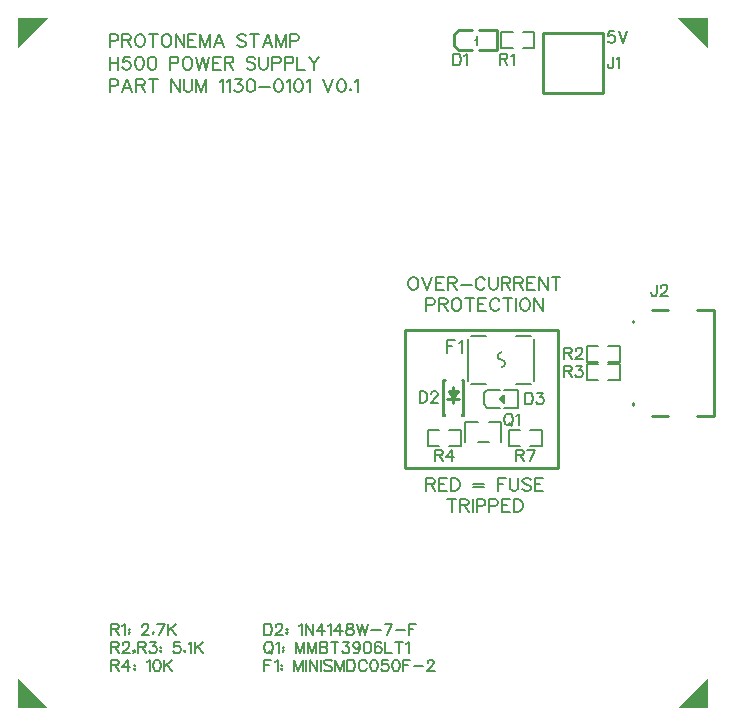
<source format=gto>
G04 Layer: TopSilkscreenLayer*
G04 Panelize: Stamp Hole, Column: 2, Row: 2, Board Size: 58.42mm x 58.42mm, Panelized Board Size: 122.84mm x 122.84mm*
G04 EasyEDA v6.5.34, 2023-08-01 23:33:27*
G04 8882f614003f49ca997d8dc6e28bf5ec,5a6b42c53f6a479593ecc07194224c93,10*
G04 Gerber Generator version 0.2*
G04 Scale: 100 percent, Rotated: No, Reflected: No *
G04 Dimensions in millimeters *
G04 leading zeros omitted , absolute positions ,4 integer and 5 decimal *
%FSLAX45Y45*%
%MOMM*%

%ADD10C,0.1524*%
%ADD11C,0.2540*%
%ADD12C,0.1500*%
%ADD13C,0.2030*%
%ADD14C,0.1520*%
%ADD15C,0.0193*%

%LPD*%
D10*
X774700Y5703315D02*
G01*
X774700Y5594350D01*
X774700Y5703315D02*
G01*
X821436Y5703315D01*
X836929Y5698236D01*
X842263Y5692902D01*
X847344Y5682487D01*
X847344Y5666994D01*
X842263Y5656579D01*
X836929Y5651500D01*
X821436Y5646165D01*
X774700Y5646165D01*
X881634Y5703315D02*
G01*
X881634Y5594350D01*
X881634Y5703315D02*
G01*
X928370Y5703315D01*
X944118Y5698236D01*
X949197Y5692902D01*
X954531Y5682487D01*
X954531Y5672073D01*
X949197Y5661660D01*
X944118Y5656579D01*
X928370Y5651500D01*
X881634Y5651500D01*
X918210Y5651500D02*
G01*
X954531Y5594350D01*
X1019810Y5703315D02*
G01*
X1009650Y5698236D01*
X999236Y5687821D01*
X993902Y5677407D01*
X988821Y5661660D01*
X988821Y5635752D01*
X993902Y5620257D01*
X999236Y5609844D01*
X1009650Y5599429D01*
X1019810Y5594350D01*
X1040637Y5594350D01*
X1051052Y5599429D01*
X1061465Y5609844D01*
X1066800Y5620257D01*
X1071879Y5635752D01*
X1071879Y5661660D01*
X1066800Y5677407D01*
X1061465Y5687821D01*
X1051052Y5698236D01*
X1040637Y5703315D01*
X1019810Y5703315D01*
X1142492Y5703315D02*
G01*
X1142492Y5594350D01*
X1106170Y5703315D02*
G01*
X1178813Y5703315D01*
X1244345Y5703315D02*
G01*
X1233931Y5698236D01*
X1223518Y5687821D01*
X1218437Y5677407D01*
X1213104Y5661660D01*
X1213104Y5635752D01*
X1218437Y5620257D01*
X1223518Y5609844D01*
X1233931Y5599429D01*
X1244345Y5594350D01*
X1265173Y5594350D01*
X1275587Y5599429D01*
X1286002Y5609844D01*
X1291081Y5620257D01*
X1296415Y5635752D01*
X1296415Y5661660D01*
X1291081Y5677407D01*
X1286002Y5687821D01*
X1275587Y5698236D01*
X1265173Y5703315D01*
X1244345Y5703315D01*
X1330705Y5703315D02*
G01*
X1330705Y5594350D01*
X1330705Y5703315D02*
G01*
X1403350Y5594350D01*
X1403350Y5703315D02*
G01*
X1403350Y5594350D01*
X1437639Y5703315D02*
G01*
X1437639Y5594350D01*
X1437639Y5703315D02*
G01*
X1505204Y5703315D01*
X1437639Y5651500D02*
G01*
X1479295Y5651500D01*
X1437639Y5594350D02*
G01*
X1505204Y5594350D01*
X1539494Y5703315D02*
G01*
X1539494Y5594350D01*
X1539494Y5703315D02*
G01*
X1581150Y5594350D01*
X1622552Y5703315D02*
G01*
X1581150Y5594350D01*
X1622552Y5703315D02*
G01*
X1622552Y5594350D01*
X1698497Y5703315D02*
G01*
X1656842Y5594350D01*
X1698497Y5703315D02*
G01*
X1739900Y5594350D01*
X1672589Y5630671D02*
G01*
X1724405Y5630671D01*
X1927097Y5687821D02*
G01*
X1916684Y5698236D01*
X1901189Y5703315D01*
X1880362Y5703315D01*
X1864613Y5698236D01*
X1854200Y5687821D01*
X1854200Y5677407D01*
X1859534Y5666994D01*
X1864613Y5661660D01*
X1875028Y5656579D01*
X1906270Y5646165D01*
X1916684Y5641086D01*
X1921763Y5635752D01*
X1927097Y5625337D01*
X1927097Y5609844D01*
X1916684Y5599429D01*
X1901189Y5594350D01*
X1880362Y5594350D01*
X1864613Y5599429D01*
X1854200Y5609844D01*
X1997709Y5703315D02*
G01*
X1997709Y5594350D01*
X1961388Y5703315D02*
G01*
X2034031Y5703315D01*
X2109977Y5703315D02*
G01*
X2068322Y5594350D01*
X2109977Y5703315D02*
G01*
X2151379Y5594350D01*
X2084070Y5630671D02*
G01*
X2135886Y5630671D01*
X2185670Y5703315D02*
G01*
X2185670Y5594350D01*
X2185670Y5703315D02*
G01*
X2227325Y5594350D01*
X2268981Y5703315D02*
G01*
X2227325Y5594350D01*
X2268981Y5703315D02*
G01*
X2268981Y5594350D01*
X2303272Y5703315D02*
G01*
X2303272Y5594350D01*
X2303272Y5703315D02*
G01*
X2350008Y5703315D01*
X2365502Y5698236D01*
X2370836Y5692902D01*
X2375915Y5682487D01*
X2375915Y5666994D01*
X2370836Y5656579D01*
X2365502Y5651500D01*
X2350008Y5646165D01*
X2303272Y5646165D01*
X774700Y5512815D02*
G01*
X774700Y5403850D01*
X847344Y5512815D02*
G01*
X847344Y5403850D01*
X774700Y5461000D02*
G01*
X847344Y5461000D01*
X944118Y5512815D02*
G01*
X892047Y5512815D01*
X886968Y5466079D01*
X892047Y5471160D01*
X907795Y5476494D01*
X923289Y5476494D01*
X938784Y5471160D01*
X949197Y5461000D01*
X954531Y5445252D01*
X954531Y5434837D01*
X949197Y5419344D01*
X938784Y5408929D01*
X923289Y5403850D01*
X907795Y5403850D01*
X892047Y5408929D01*
X886968Y5414010D01*
X881634Y5424423D01*
X1019810Y5512815D02*
G01*
X1004315Y5507736D01*
X993902Y5491987D01*
X988821Y5466079D01*
X988821Y5450586D01*
X993902Y5424423D01*
X1004315Y5408929D01*
X1019810Y5403850D01*
X1030223Y5403850D01*
X1045971Y5408929D01*
X1056386Y5424423D01*
X1061465Y5450586D01*
X1061465Y5466079D01*
X1056386Y5491987D01*
X1045971Y5507736D01*
X1030223Y5512815D01*
X1019810Y5512815D01*
X1126997Y5512815D02*
G01*
X1111250Y5507736D01*
X1101089Y5491987D01*
X1095755Y5466079D01*
X1095755Y5450586D01*
X1101089Y5424423D01*
X1111250Y5408929D01*
X1126997Y5403850D01*
X1137412Y5403850D01*
X1152905Y5408929D01*
X1163320Y5424423D01*
X1168400Y5450586D01*
X1168400Y5466079D01*
X1163320Y5491987D01*
X1152905Y5507736D01*
X1137412Y5512815D01*
X1126997Y5512815D01*
X1282700Y5512815D02*
G01*
X1282700Y5403850D01*
X1282700Y5512815D02*
G01*
X1329689Y5512815D01*
X1345184Y5507736D01*
X1350263Y5502402D01*
X1355597Y5491987D01*
X1355597Y5476494D01*
X1350263Y5466079D01*
X1345184Y5461000D01*
X1329689Y5455665D01*
X1282700Y5455665D01*
X1421129Y5512815D02*
G01*
X1410715Y5507736D01*
X1400302Y5497321D01*
X1394968Y5486907D01*
X1389887Y5471160D01*
X1389887Y5445252D01*
X1394968Y5429757D01*
X1400302Y5419344D01*
X1410715Y5408929D01*
X1421129Y5403850D01*
X1441704Y5403850D01*
X1452118Y5408929D01*
X1462531Y5419344D01*
X1467865Y5429757D01*
X1472945Y5445252D01*
X1472945Y5471160D01*
X1467865Y5486907D01*
X1462531Y5497321D01*
X1452118Y5507736D01*
X1441704Y5512815D01*
X1421129Y5512815D01*
X1507236Y5512815D02*
G01*
X1533144Y5403850D01*
X1559305Y5512815D02*
G01*
X1533144Y5403850D01*
X1559305Y5512815D02*
G01*
X1585213Y5403850D01*
X1611121Y5512815D02*
G01*
X1585213Y5403850D01*
X1645412Y5512815D02*
G01*
X1645412Y5403850D01*
X1645412Y5512815D02*
G01*
X1712976Y5512815D01*
X1645412Y5461000D02*
G01*
X1687068Y5461000D01*
X1645412Y5403850D02*
G01*
X1712976Y5403850D01*
X1747265Y5512815D02*
G01*
X1747265Y5403850D01*
X1747265Y5512815D02*
G01*
X1794002Y5512815D01*
X1809750Y5507736D01*
X1814829Y5502402D01*
X1819910Y5491987D01*
X1819910Y5481573D01*
X1814829Y5471160D01*
X1809750Y5466079D01*
X1794002Y5461000D01*
X1747265Y5461000D01*
X1783587Y5461000D02*
G01*
X1819910Y5403850D01*
X2007108Y5497321D02*
G01*
X1996693Y5507736D01*
X1981200Y5512815D01*
X1960372Y5512815D01*
X1944624Y5507736D01*
X1934209Y5497321D01*
X1934209Y5486907D01*
X1939543Y5476494D01*
X1944624Y5471160D01*
X1955038Y5466079D01*
X1986279Y5455665D01*
X1996693Y5450586D01*
X2001774Y5445252D01*
X2007108Y5434837D01*
X2007108Y5419344D01*
X1996693Y5408929D01*
X1981200Y5403850D01*
X1960372Y5403850D01*
X1944624Y5408929D01*
X1934209Y5419344D01*
X2041397Y5512815D02*
G01*
X2041397Y5434837D01*
X2046477Y5419344D01*
X2056891Y5408929D01*
X2072640Y5403850D01*
X2082800Y5403850D01*
X2098547Y5408929D01*
X2108961Y5419344D01*
X2114041Y5434837D01*
X2114041Y5512815D01*
X2148331Y5512815D02*
G01*
X2148331Y5403850D01*
X2148331Y5512815D02*
G01*
X2195068Y5512815D01*
X2210815Y5507736D01*
X2215895Y5502402D01*
X2221229Y5491987D01*
X2221229Y5476494D01*
X2215895Y5466079D01*
X2210815Y5461000D01*
X2195068Y5455665D01*
X2148331Y5455665D01*
X2255520Y5512815D02*
G01*
X2255520Y5403850D01*
X2255520Y5512815D02*
G01*
X2302256Y5512815D01*
X2317750Y5507736D01*
X2322829Y5502402D01*
X2328163Y5491987D01*
X2328163Y5476494D01*
X2322829Y5466079D01*
X2317750Y5461000D01*
X2302256Y5455665D01*
X2255520Y5455665D01*
X2362454Y5512815D02*
G01*
X2362454Y5403850D01*
X2362454Y5403850D02*
G01*
X2424684Y5403850D01*
X2458974Y5512815D02*
G01*
X2500629Y5461000D01*
X2500629Y5403850D01*
X2542286Y5512815D02*
G01*
X2500629Y5461000D01*
X774700Y5322315D02*
G01*
X774700Y5213350D01*
X774700Y5322315D02*
G01*
X821436Y5322315D01*
X836929Y5317236D01*
X842263Y5311902D01*
X847344Y5301487D01*
X847344Y5285994D01*
X842263Y5275579D01*
X836929Y5270500D01*
X821436Y5265165D01*
X774700Y5265165D01*
X923289Y5322315D02*
G01*
X881634Y5213350D01*
X923289Y5322315D02*
G01*
X964945Y5213350D01*
X897381Y5249671D02*
G01*
X949197Y5249671D01*
X999236Y5322315D02*
G01*
X999236Y5213350D01*
X999236Y5322315D02*
G01*
X1045971Y5322315D01*
X1061465Y5317236D01*
X1066800Y5311902D01*
X1071879Y5301487D01*
X1071879Y5291073D01*
X1066800Y5280660D01*
X1061465Y5275579D01*
X1045971Y5270500D01*
X999236Y5270500D01*
X1035557Y5270500D02*
G01*
X1071879Y5213350D01*
X1142492Y5322315D02*
G01*
X1142492Y5213350D01*
X1106170Y5322315D02*
G01*
X1178813Y5322315D01*
X1293113Y5322315D02*
G01*
X1293113Y5213350D01*
X1293113Y5322315D02*
G01*
X1366012Y5213350D01*
X1366012Y5322315D02*
G01*
X1366012Y5213350D01*
X1400302Y5322315D02*
G01*
X1400302Y5244337D01*
X1405381Y5228844D01*
X1415795Y5218429D01*
X1431289Y5213350D01*
X1441704Y5213350D01*
X1457452Y5218429D01*
X1467865Y5228844D01*
X1472945Y5244337D01*
X1472945Y5322315D01*
X1507236Y5322315D02*
G01*
X1507236Y5213350D01*
X1507236Y5322315D02*
G01*
X1548892Y5213350D01*
X1590294Y5322315D02*
G01*
X1548892Y5213350D01*
X1590294Y5322315D02*
G01*
X1590294Y5213350D01*
X1704594Y5301487D02*
G01*
X1715007Y5306821D01*
X1730755Y5322315D01*
X1730755Y5213350D01*
X1765045Y5301487D02*
G01*
X1775460Y5306821D01*
X1790954Y5322315D01*
X1790954Y5213350D01*
X1835657Y5322315D02*
G01*
X1892807Y5322315D01*
X1861565Y5280660D01*
X1877060Y5280660D01*
X1887473Y5275579D01*
X1892807Y5270500D01*
X1897887Y5254752D01*
X1897887Y5244337D01*
X1892807Y5228844D01*
X1882394Y5218429D01*
X1866900Y5213350D01*
X1851152Y5213350D01*
X1835657Y5218429D01*
X1830323Y5223510D01*
X1825244Y5233923D01*
X1963420Y5322315D02*
G01*
X1947925Y5317236D01*
X1937511Y5301487D01*
X1932177Y5275579D01*
X1932177Y5260086D01*
X1937511Y5233923D01*
X1947925Y5218429D01*
X1963420Y5213350D01*
X1973834Y5213350D01*
X1989327Y5218429D01*
X1999741Y5233923D01*
X2005075Y5260086D01*
X2005075Y5275579D01*
X1999741Y5301487D01*
X1989327Y5317236D01*
X1973834Y5322315D01*
X1963420Y5322315D01*
X2039365Y5260086D02*
G01*
X2132838Y5260086D01*
X2198370Y5322315D02*
G01*
X2182622Y5317236D01*
X2172208Y5301487D01*
X2167127Y5275579D01*
X2167127Y5260086D01*
X2172208Y5233923D01*
X2182622Y5218429D01*
X2198370Y5213350D01*
X2208529Y5213350D01*
X2224277Y5218429D01*
X2234691Y5233923D01*
X2239772Y5260086D01*
X2239772Y5275579D01*
X2234691Y5301487D01*
X2224277Y5317236D01*
X2208529Y5322315D01*
X2198370Y5322315D01*
X2274061Y5301487D02*
G01*
X2284475Y5306821D01*
X2299970Y5322315D01*
X2299970Y5213350D01*
X2365502Y5322315D02*
G01*
X2350008Y5317236D01*
X2339593Y5301487D01*
X2334259Y5275579D01*
X2334259Y5260086D01*
X2339593Y5233923D01*
X2350008Y5218429D01*
X2365502Y5213350D01*
X2375915Y5213350D01*
X2391409Y5218429D01*
X2401824Y5233923D01*
X2407158Y5260086D01*
X2407158Y5275579D01*
X2401824Y5301487D01*
X2391409Y5317236D01*
X2375915Y5322315D01*
X2365502Y5322315D01*
X2441447Y5301487D02*
G01*
X2451861Y5306821D01*
X2467356Y5322315D01*
X2467356Y5213350D01*
X2581656Y5322315D02*
G01*
X2623311Y5213350D01*
X2664713Y5322315D02*
G01*
X2623311Y5213350D01*
X2730245Y5322315D02*
G01*
X2714752Y5317236D01*
X2704338Y5301487D01*
X2699004Y5275579D01*
X2699004Y5260086D01*
X2704338Y5233923D01*
X2714752Y5218429D01*
X2730245Y5213350D01*
X2740659Y5213350D01*
X2756154Y5218429D01*
X2766568Y5233923D01*
X2771902Y5260086D01*
X2771902Y5275579D01*
X2766568Y5301487D01*
X2756154Y5317236D01*
X2740659Y5322315D01*
X2730245Y5322315D01*
X2811272Y5239257D02*
G01*
X2806191Y5233923D01*
X2811272Y5228844D01*
X2816606Y5233923D01*
X2811272Y5239257D01*
X2850895Y5301487D02*
G01*
X2861309Y5306821D01*
X2876804Y5322315D01*
X2876804Y5213350D01*
X3333239Y3645915D02*
G01*
X3322825Y3640836D01*
X3312411Y3630421D01*
X3307077Y3620007D01*
X3301997Y3604260D01*
X3301997Y3578352D01*
X3307077Y3562857D01*
X3312411Y3552444D01*
X3322825Y3542029D01*
X3333239Y3536950D01*
X3354067Y3536950D01*
X3364227Y3542029D01*
X3374641Y3552444D01*
X3379975Y3562857D01*
X3385055Y3578352D01*
X3385055Y3604260D01*
X3379975Y3620007D01*
X3374641Y3630421D01*
X3364227Y3640836D01*
X3354067Y3645915D01*
X3333239Y3645915D01*
X3419345Y3645915D02*
G01*
X3461001Y3536950D01*
X3502657Y3645915D02*
G01*
X3461001Y3536950D01*
X3536947Y3645915D02*
G01*
X3536947Y3536950D01*
X3536947Y3645915D02*
G01*
X3604257Y3645915D01*
X3536947Y3594100D02*
G01*
X3578349Y3594100D01*
X3536947Y3536950D02*
G01*
X3604257Y3536950D01*
X3638547Y3645915D02*
G01*
X3638547Y3536950D01*
X3638547Y3645915D02*
G01*
X3685537Y3645915D01*
X3701031Y3640836D01*
X3706111Y3635502D01*
X3711445Y3625087D01*
X3711445Y3614673D01*
X3706111Y3604260D01*
X3701031Y3599179D01*
X3685537Y3594100D01*
X3638547Y3594100D01*
X3675123Y3594100D02*
G01*
X3711445Y3536950D01*
X3745735Y3583686D02*
G01*
X3839207Y3583686D01*
X3951475Y3620007D02*
G01*
X3946141Y3630421D01*
X3935727Y3640836D01*
X3925567Y3645915D01*
X3904739Y3645915D01*
X3894325Y3640836D01*
X3883911Y3630421D01*
X3878577Y3620007D01*
X3873497Y3604260D01*
X3873497Y3578352D01*
X3878577Y3562857D01*
X3883911Y3552444D01*
X3894325Y3542029D01*
X3904739Y3536950D01*
X3925567Y3536950D01*
X3935727Y3542029D01*
X3946141Y3552444D01*
X3951475Y3562857D01*
X3985765Y3645915D02*
G01*
X3985765Y3567937D01*
X3990845Y3552444D01*
X4001259Y3542029D01*
X4017007Y3536950D01*
X4027167Y3536950D01*
X4042915Y3542029D01*
X4053329Y3552444D01*
X4058409Y3567937D01*
X4058409Y3645915D01*
X4092699Y3645915D02*
G01*
X4092699Y3536950D01*
X4092699Y3645915D02*
G01*
X4139435Y3645915D01*
X4155183Y3640836D01*
X4160263Y3635502D01*
X4165597Y3625087D01*
X4165597Y3614673D01*
X4160263Y3604260D01*
X4155183Y3599179D01*
X4139435Y3594100D01*
X4092699Y3594100D01*
X4129021Y3594100D02*
G01*
X4165597Y3536950D01*
X4199887Y3645915D02*
G01*
X4199887Y3536950D01*
X4199887Y3645915D02*
G01*
X4246623Y3645915D01*
X4262117Y3640836D01*
X4267197Y3635502D01*
X4272531Y3625087D01*
X4272531Y3614673D01*
X4267197Y3604260D01*
X4262117Y3599179D01*
X4246623Y3594100D01*
X4199887Y3594100D01*
X4236209Y3594100D02*
G01*
X4272531Y3536950D01*
X4306821Y3645915D02*
G01*
X4306821Y3536950D01*
X4306821Y3645915D02*
G01*
X4374385Y3645915D01*
X4306821Y3594100D02*
G01*
X4348477Y3594100D01*
X4306821Y3536950D02*
G01*
X4374385Y3536950D01*
X4408675Y3645915D02*
G01*
X4408675Y3536950D01*
X4408675Y3645915D02*
G01*
X4481319Y3536950D01*
X4481319Y3645915D02*
G01*
X4481319Y3536950D01*
X4551931Y3645915D02*
G01*
X4551931Y3536950D01*
X4515609Y3645915D02*
G01*
X4588507Y3645915D01*
X3454392Y3468115D02*
G01*
X3454392Y3359150D01*
X3454392Y3468115D02*
G01*
X3501128Y3468115D01*
X3516622Y3463036D01*
X3521956Y3457702D01*
X3527036Y3447287D01*
X3527036Y3431794D01*
X3521956Y3421379D01*
X3516622Y3416300D01*
X3501128Y3410965D01*
X3454392Y3410965D01*
X3561326Y3468115D02*
G01*
X3561326Y3359150D01*
X3561326Y3468115D02*
G01*
X3608062Y3468115D01*
X3623810Y3463036D01*
X3628890Y3457702D01*
X3634224Y3447287D01*
X3634224Y3436873D01*
X3628890Y3426460D01*
X3623810Y3421379D01*
X3608062Y3416300D01*
X3561326Y3416300D01*
X3597902Y3416300D02*
G01*
X3634224Y3359150D01*
X3699502Y3468115D02*
G01*
X3689342Y3463036D01*
X3678928Y3452621D01*
X3673594Y3442207D01*
X3668514Y3426460D01*
X3668514Y3400552D01*
X3673594Y3385057D01*
X3678928Y3374644D01*
X3689342Y3364229D01*
X3699502Y3359150D01*
X3720330Y3359150D01*
X3730744Y3364229D01*
X3741158Y3374644D01*
X3746492Y3385057D01*
X3751572Y3400552D01*
X3751572Y3426460D01*
X3746492Y3442207D01*
X3741158Y3452621D01*
X3730744Y3463036D01*
X3720330Y3468115D01*
X3699502Y3468115D01*
X3822184Y3468115D02*
G01*
X3822184Y3359150D01*
X3785862Y3468115D02*
G01*
X3858506Y3468115D01*
X3892796Y3468115D02*
G01*
X3892796Y3359150D01*
X3892796Y3468115D02*
G01*
X3960360Y3468115D01*
X3892796Y3416300D02*
G01*
X3934452Y3416300D01*
X3892796Y3359150D02*
G01*
X3960360Y3359150D01*
X4072628Y3442207D02*
G01*
X4067548Y3452621D01*
X4057134Y3463036D01*
X4046720Y3468115D01*
X4025892Y3468115D01*
X4015478Y3463036D01*
X4005064Y3452621D01*
X3999984Y3442207D01*
X3994650Y3426460D01*
X3994650Y3400552D01*
X3999984Y3385057D01*
X4005064Y3374644D01*
X4015478Y3364229D01*
X4025892Y3359150D01*
X4046720Y3359150D01*
X4057134Y3364229D01*
X4067548Y3374644D01*
X4072628Y3385057D01*
X4143240Y3468115D02*
G01*
X4143240Y3359150D01*
X4106918Y3468115D02*
G01*
X4179562Y3468115D01*
X4213852Y3468115D02*
G01*
X4213852Y3359150D01*
X4279384Y3468115D02*
G01*
X4268970Y3463036D01*
X4258556Y3452621D01*
X4253476Y3442207D01*
X4248142Y3426460D01*
X4248142Y3400552D01*
X4253476Y3385057D01*
X4258556Y3374644D01*
X4268970Y3364229D01*
X4279384Y3359150D01*
X4300212Y3359150D01*
X4310626Y3364229D01*
X4321040Y3374644D01*
X4326120Y3385057D01*
X4331454Y3400552D01*
X4331454Y3426460D01*
X4326120Y3442207D01*
X4321040Y3452621D01*
X4310626Y3463036D01*
X4300212Y3468115D01*
X4279384Y3468115D01*
X4365744Y3468115D02*
G01*
X4365744Y3359150D01*
X4365744Y3468115D02*
G01*
X4438388Y3359150D01*
X4438388Y3468115D02*
G01*
X4438388Y3359150D01*
X3454387Y1944108D02*
G01*
X3454387Y1835142D01*
X3454387Y1944108D02*
G01*
X3501123Y1944108D01*
X3516617Y1939028D01*
X3521951Y1933694D01*
X3527031Y1923280D01*
X3527031Y1912866D01*
X3521951Y1902452D01*
X3516617Y1897372D01*
X3501123Y1892292D01*
X3454387Y1892292D01*
X3490709Y1892292D02*
G01*
X3527031Y1835142D01*
X3561321Y1944108D02*
G01*
X3561321Y1835142D01*
X3561321Y1944108D02*
G01*
X3628885Y1944108D01*
X3561321Y1892292D02*
G01*
X3602977Y1892292D01*
X3561321Y1835142D02*
G01*
X3628885Y1835142D01*
X3663175Y1944108D02*
G01*
X3663175Y1835142D01*
X3663175Y1944108D02*
G01*
X3699497Y1944108D01*
X3715245Y1939028D01*
X3725659Y1928614D01*
X3730739Y1918200D01*
X3736073Y1902452D01*
X3736073Y1876544D01*
X3730739Y1861050D01*
X3725659Y1850636D01*
X3715245Y1840222D01*
X3699497Y1835142D01*
X3663175Y1835142D01*
X3850373Y1897372D02*
G01*
X3943845Y1897372D01*
X3850373Y1866130D02*
G01*
X3943845Y1866130D01*
X4058145Y1944108D02*
G01*
X4058145Y1835142D01*
X4058145Y1944108D02*
G01*
X4125709Y1944108D01*
X4058145Y1892292D02*
G01*
X4099547Y1892292D01*
X4159999Y1944108D02*
G01*
X4159999Y1866130D01*
X4165079Y1850636D01*
X4175493Y1840222D01*
X4190987Y1835142D01*
X4201401Y1835142D01*
X4217149Y1840222D01*
X4227563Y1850636D01*
X4232643Y1866130D01*
X4232643Y1944108D01*
X4339577Y1928614D02*
G01*
X4329417Y1939028D01*
X4313669Y1944108D01*
X4292841Y1944108D01*
X4277347Y1939028D01*
X4266933Y1928614D01*
X4266933Y1918200D01*
X4272267Y1907786D01*
X4277347Y1902452D01*
X4287761Y1897372D01*
X4319003Y1886958D01*
X4329417Y1881878D01*
X4334497Y1876544D01*
X4339577Y1866130D01*
X4339577Y1850636D01*
X4329417Y1840222D01*
X4313669Y1835142D01*
X4292841Y1835142D01*
X4277347Y1840222D01*
X4266933Y1850636D01*
X4373867Y1944108D02*
G01*
X4373867Y1835142D01*
X4373867Y1944108D02*
G01*
X4441431Y1944108D01*
X4373867Y1892292D02*
G01*
X4415523Y1892292D01*
X4373867Y1835142D02*
G01*
X4441431Y1835142D01*
X3668509Y1766308D02*
G01*
X3668509Y1657342D01*
X3632187Y1766308D02*
G01*
X3704831Y1766308D01*
X3739121Y1766308D02*
G01*
X3739121Y1657342D01*
X3739121Y1766308D02*
G01*
X3785857Y1766308D01*
X3801605Y1761228D01*
X3806685Y1755894D01*
X3812019Y1745480D01*
X3812019Y1735066D01*
X3806685Y1724652D01*
X3801605Y1719572D01*
X3785857Y1714492D01*
X3739121Y1714492D01*
X3775697Y1714492D02*
G01*
X3812019Y1657342D01*
X3846309Y1766308D02*
G01*
X3846309Y1657342D01*
X3880599Y1766308D02*
G01*
X3880599Y1657342D01*
X3880599Y1766308D02*
G01*
X3927335Y1766308D01*
X3942829Y1761228D01*
X3948163Y1755894D01*
X3953243Y1745480D01*
X3953243Y1729986D01*
X3948163Y1719572D01*
X3942829Y1714492D01*
X3927335Y1709158D01*
X3880599Y1709158D01*
X3987533Y1766308D02*
G01*
X3987533Y1657342D01*
X3987533Y1766308D02*
G01*
X4034269Y1766308D01*
X4050017Y1761228D01*
X4055097Y1755894D01*
X4060177Y1745480D01*
X4060177Y1729986D01*
X4055097Y1719572D01*
X4050017Y1714492D01*
X4034269Y1709158D01*
X3987533Y1709158D01*
X4094467Y1766308D02*
G01*
X4094467Y1657342D01*
X4094467Y1766308D02*
G01*
X4162031Y1766308D01*
X4094467Y1714492D02*
G01*
X4136123Y1714492D01*
X4094467Y1657342D02*
G01*
X4162031Y1657342D01*
X4196321Y1766308D02*
G01*
X4196321Y1657342D01*
X4196321Y1766308D02*
G01*
X4232897Y1766308D01*
X4248391Y1761228D01*
X4258805Y1750814D01*
X4263885Y1740400D01*
X4269219Y1724652D01*
X4269219Y1698744D01*
X4263885Y1683250D01*
X4258805Y1672836D01*
X4248391Y1662422D01*
X4232897Y1657342D01*
X4196321Y1657342D01*
X787400Y558037D02*
G01*
X787400Y462534D01*
X787400Y558037D02*
G01*
X828294Y558037D01*
X842010Y553465D01*
X846581Y548894D01*
X851154Y540004D01*
X851154Y530860D01*
X846581Y521715D01*
X842010Y517144D01*
X828294Y512571D01*
X787400Y512571D01*
X819150Y512571D02*
G01*
X851154Y462534D01*
X885697Y535431D02*
G01*
X885697Y540004D01*
X890015Y548894D01*
X894587Y553465D01*
X903731Y558037D01*
X922020Y558037D01*
X930910Y553465D01*
X935481Y548894D01*
X940054Y540004D01*
X940054Y530860D01*
X935481Y521715D01*
X926592Y508000D01*
X881126Y462534D01*
X944626Y462534D01*
X983742Y480821D02*
G01*
X979170Y476250D01*
X974597Y480821D01*
X979170Y485394D01*
X983742Y480821D01*
X983742Y471678D01*
X974597Y462534D01*
X1013713Y558037D02*
G01*
X1013713Y462534D01*
X1013713Y558037D02*
G01*
X1054607Y558037D01*
X1068323Y553465D01*
X1072895Y548894D01*
X1077468Y540004D01*
X1077468Y530860D01*
X1072895Y521715D01*
X1068323Y517144D01*
X1054607Y512571D01*
X1013713Y512571D01*
X1045463Y512571D02*
G01*
X1077468Y462534D01*
X1116584Y558037D02*
G01*
X1166368Y558037D01*
X1139189Y521715D01*
X1152905Y521715D01*
X1162050Y517144D01*
X1166368Y512571D01*
X1170939Y499110D01*
X1170939Y489965D01*
X1166368Y476250D01*
X1157478Y467105D01*
X1143762Y462534D01*
X1130045Y462534D01*
X1116584Y467105D01*
X1112012Y471678D01*
X1107439Y480821D01*
X1205484Y517144D02*
G01*
X1200912Y512571D01*
X1205484Y508000D01*
X1210055Y512571D01*
X1205484Y517144D01*
X1205484Y485394D02*
G01*
X1200912Y480821D01*
X1205484Y476250D01*
X1210055Y480821D01*
X1205484Y485394D01*
X1364742Y558037D02*
G01*
X1319276Y558037D01*
X1314704Y517144D01*
X1319276Y521715D01*
X1332737Y526287D01*
X1346454Y526287D01*
X1360170Y521715D01*
X1369313Y512571D01*
X1373886Y499110D01*
X1373886Y489965D01*
X1369313Y476250D01*
X1360170Y467105D01*
X1346454Y462534D01*
X1332737Y462534D01*
X1319276Y467105D01*
X1314704Y471678D01*
X1310131Y480821D01*
X1408429Y485394D02*
G01*
X1403857Y480821D01*
X1408429Y476250D01*
X1412747Y480821D01*
X1408429Y485394D01*
X1442973Y540004D02*
G01*
X1451863Y544576D01*
X1465579Y558037D01*
X1465579Y462534D01*
X1495552Y558037D02*
G01*
X1495552Y462534D01*
X1559305Y558037D02*
G01*
X1495552Y494537D01*
X1518412Y517144D02*
G01*
X1559305Y462534D01*
X787400Y710437D02*
G01*
X787400Y614934D01*
X787400Y710437D02*
G01*
X828294Y710437D01*
X842010Y705865D01*
X846581Y701294D01*
X851154Y692404D01*
X851154Y683260D01*
X846581Y674115D01*
X842010Y669544D01*
X828294Y664971D01*
X787400Y664971D01*
X819150Y664971D02*
G01*
X851154Y614934D01*
X881126Y692404D02*
G01*
X890015Y696976D01*
X903731Y710437D01*
X903731Y614934D01*
X938276Y669544D02*
G01*
X933704Y664971D01*
X938276Y660400D01*
X942847Y664971D01*
X938276Y669544D01*
X938276Y637794D02*
G01*
X933704Y633221D01*
X938276Y628650D01*
X942847Y633221D01*
X938276Y637794D01*
X1047495Y687831D02*
G01*
X1047495Y692404D01*
X1052068Y701294D01*
X1056386Y705865D01*
X1065529Y710437D01*
X1083818Y710437D01*
X1092962Y705865D01*
X1097279Y701294D01*
X1101852Y692404D01*
X1101852Y683260D01*
X1097279Y674115D01*
X1088389Y660400D01*
X1042923Y614934D01*
X1106423Y614934D01*
X1140968Y637794D02*
G01*
X1136395Y633221D01*
X1140968Y628650D01*
X1145539Y633221D01*
X1140968Y637794D01*
X1239265Y710437D02*
G01*
X1193800Y614934D01*
X1175512Y710437D02*
G01*
X1239265Y710437D01*
X1269237Y710437D02*
G01*
X1269237Y614934D01*
X1332737Y710437D02*
G01*
X1269237Y646937D01*
X1291844Y669544D02*
G01*
X1332737Y614934D01*
X787400Y405637D02*
G01*
X787400Y310134D01*
X787400Y405637D02*
G01*
X828294Y405637D01*
X842010Y401065D01*
X846581Y396494D01*
X851154Y387604D01*
X851154Y378460D01*
X846581Y369315D01*
X842010Y364744D01*
X828294Y360171D01*
X787400Y360171D01*
X819150Y360171D02*
G01*
X851154Y310134D01*
X926592Y405637D02*
G01*
X881126Y342137D01*
X949197Y342137D01*
X926592Y405637D02*
G01*
X926592Y310134D01*
X983742Y364744D02*
G01*
X979170Y360171D01*
X983742Y355600D01*
X988313Y360171D01*
X983742Y364744D01*
X983742Y332994D02*
G01*
X979170Y328421D01*
X983742Y323850D01*
X988313Y328421D01*
X983742Y332994D01*
X1088389Y387604D02*
G01*
X1097279Y392176D01*
X1110995Y405637D01*
X1110995Y310134D01*
X1168400Y405637D02*
G01*
X1154684Y401065D01*
X1145539Y387604D01*
X1140968Y364744D01*
X1140968Y351281D01*
X1145539Y328421D01*
X1154684Y314705D01*
X1168400Y310134D01*
X1177289Y310134D01*
X1191005Y314705D01*
X1200150Y328421D01*
X1204721Y351281D01*
X1204721Y364744D01*
X1200150Y387604D01*
X1191005Y401065D01*
X1177289Y405637D01*
X1168400Y405637D01*
X1234694Y405637D02*
G01*
X1234694Y310134D01*
X1298194Y405637D02*
G01*
X1234694Y342137D01*
X1257300Y364744D02*
G01*
X1298194Y310134D01*
X2082800Y710437D02*
G01*
X2082800Y614934D01*
X2082800Y710437D02*
G01*
X2114550Y710437D01*
X2128265Y705865D01*
X2137409Y696976D01*
X2141981Y687831D01*
X2146554Y674115D01*
X2146554Y651510D01*
X2141981Y637794D01*
X2137409Y628650D01*
X2128265Y619505D01*
X2114550Y614934D01*
X2082800Y614934D01*
X2181097Y687831D02*
G01*
X2181097Y692404D01*
X2185415Y701294D01*
X2189988Y705865D01*
X2199131Y710437D01*
X2217420Y710437D01*
X2226309Y705865D01*
X2230881Y701294D01*
X2235454Y692404D01*
X2235454Y683260D01*
X2230881Y674115D01*
X2221991Y660400D01*
X2176525Y614934D01*
X2240025Y614934D01*
X2274570Y669544D02*
G01*
X2269997Y664971D01*
X2274570Y660400D01*
X2279141Y664971D01*
X2274570Y669544D01*
X2274570Y637794D02*
G01*
X2269997Y633221D01*
X2274570Y628650D01*
X2279141Y633221D01*
X2274570Y637794D01*
X2379218Y692404D02*
G01*
X2388361Y696976D01*
X2401824Y710437D01*
X2401824Y614934D01*
X2431795Y710437D02*
G01*
X2431795Y614934D01*
X2431795Y710437D02*
G01*
X2495550Y614934D01*
X2495550Y710437D02*
G01*
X2495550Y614934D01*
X2570988Y710437D02*
G01*
X2525522Y646937D01*
X2593593Y646937D01*
X2570988Y710437D02*
G01*
X2570988Y614934D01*
X2623820Y692404D02*
G01*
X2632709Y696976D01*
X2646425Y710437D01*
X2646425Y614934D01*
X2721863Y710437D02*
G01*
X2676397Y646937D01*
X2744724Y646937D01*
X2721863Y710437D02*
G01*
X2721863Y614934D01*
X2797302Y710437D02*
G01*
X2783586Y705865D01*
X2779268Y696976D01*
X2779268Y687831D01*
X2783586Y678687D01*
X2792729Y674115D01*
X2811018Y669544D01*
X2824734Y664971D01*
X2833624Y656081D01*
X2838195Y646937D01*
X2838195Y633221D01*
X2833624Y624078D01*
X2829052Y619505D01*
X2815590Y614934D01*
X2797302Y614934D01*
X2783586Y619505D01*
X2779268Y624078D01*
X2774695Y633221D01*
X2774695Y646937D01*
X2779268Y656081D01*
X2788158Y664971D01*
X2801874Y669544D01*
X2820161Y674115D01*
X2829052Y678687D01*
X2833624Y687831D01*
X2833624Y696976D01*
X2829052Y705865D01*
X2815590Y710437D01*
X2797302Y710437D01*
X2868168Y710437D02*
G01*
X2891027Y614934D01*
X2913634Y710437D02*
G01*
X2891027Y614934D01*
X2913634Y710437D02*
G01*
X2936493Y614934D01*
X2959100Y710437D02*
G01*
X2936493Y614934D01*
X2989072Y656081D02*
G01*
X3070859Y656081D01*
X3164586Y710437D02*
G01*
X3119120Y614934D01*
X3101086Y710437D02*
G01*
X3164586Y710437D01*
X3194558Y656081D02*
G01*
X3276345Y656081D01*
X3306318Y710437D02*
G01*
X3306318Y614934D01*
X3306318Y710437D02*
G01*
X3365500Y710437D01*
X3306318Y664971D02*
G01*
X3342893Y664971D01*
X2109977Y558037D02*
G01*
X2101088Y553465D01*
X2091943Y544576D01*
X2087372Y535431D01*
X2082800Y521715D01*
X2082800Y499110D01*
X2087372Y485394D01*
X2091943Y476250D01*
X2101088Y467105D01*
X2109977Y462534D01*
X2128265Y462534D01*
X2137409Y467105D01*
X2146554Y476250D01*
X2150872Y485394D01*
X2155443Y499110D01*
X2155443Y521715D01*
X2150872Y535431D01*
X2146554Y544576D01*
X2137409Y553465D01*
X2128265Y558037D01*
X2109977Y558037D01*
X2123693Y480821D02*
G01*
X2150872Y453644D01*
X2185415Y540004D02*
G01*
X2194559Y544576D01*
X2208275Y558037D01*
X2208275Y462534D01*
X2242820Y517144D02*
G01*
X2238247Y512571D01*
X2242820Y508000D01*
X2247391Y512571D01*
X2242820Y517144D01*
X2242820Y485394D02*
G01*
X2238247Y480821D01*
X2242820Y476250D01*
X2247391Y480821D01*
X2242820Y485394D01*
X2347213Y558037D02*
G01*
X2347213Y462534D01*
X2347213Y558037D02*
G01*
X2383790Y462534D01*
X2420111Y558037D02*
G01*
X2383790Y462534D01*
X2420111Y558037D02*
G01*
X2420111Y462534D01*
X2450084Y558037D02*
G01*
X2450084Y462534D01*
X2450084Y558037D02*
G01*
X2486406Y462534D01*
X2522727Y558037D02*
G01*
X2486406Y462534D01*
X2522727Y558037D02*
G01*
X2522727Y462534D01*
X2552700Y558037D02*
G01*
X2552700Y462534D01*
X2552700Y558037D02*
G01*
X2593593Y558037D01*
X2607309Y553465D01*
X2611881Y548894D01*
X2616454Y540004D01*
X2616454Y530860D01*
X2611881Y521715D01*
X2607309Y517144D01*
X2593593Y512571D01*
X2552700Y512571D02*
G01*
X2593593Y512571D01*
X2607309Y508000D01*
X2611881Y503681D01*
X2616454Y494537D01*
X2616454Y480821D01*
X2611881Y471678D01*
X2607309Y467105D01*
X2593593Y462534D01*
X2552700Y462534D01*
X2678175Y558037D02*
G01*
X2678175Y462534D01*
X2646425Y558037D02*
G01*
X2710179Y558037D01*
X2749041Y558037D02*
G01*
X2799079Y558037D01*
X2771902Y521715D01*
X2785618Y521715D01*
X2794508Y517144D01*
X2799079Y512571D01*
X2803652Y499110D01*
X2803652Y489965D01*
X2799079Y476250D01*
X2790190Y467105D01*
X2776474Y462534D01*
X2762758Y462534D01*
X2749041Y467105D01*
X2744724Y471678D01*
X2740152Y480821D01*
X2892806Y526287D02*
G01*
X2888234Y512571D01*
X2879090Y503681D01*
X2865627Y499110D01*
X2861056Y499110D01*
X2847340Y503681D01*
X2838195Y512571D01*
X2833624Y526287D01*
X2833624Y530860D01*
X2838195Y544576D01*
X2847340Y553465D01*
X2861056Y558037D01*
X2865627Y558037D01*
X2879090Y553465D01*
X2888234Y544576D01*
X2892806Y526287D01*
X2892806Y503681D01*
X2888234Y480821D01*
X2879090Y467105D01*
X2865627Y462534D01*
X2856484Y462534D01*
X2842768Y467105D01*
X2838195Y476250D01*
X2949956Y558037D02*
G01*
X2936493Y553465D01*
X2927350Y540004D01*
X2922777Y517144D01*
X2922777Y503681D01*
X2927350Y480821D01*
X2936493Y467105D01*
X2949956Y462534D01*
X2959100Y462534D01*
X2972815Y467105D01*
X2981959Y480821D01*
X2986531Y503681D01*
X2986531Y517144D01*
X2981959Y540004D01*
X2972815Y553465D01*
X2959100Y558037D01*
X2949956Y558037D01*
X3070859Y544576D02*
G01*
X3066541Y553465D01*
X3052825Y558037D01*
X3043681Y558037D01*
X3029965Y553465D01*
X3021075Y540004D01*
X3016504Y517144D01*
X3016504Y494537D01*
X3021075Y476250D01*
X3029965Y467105D01*
X3043681Y462534D01*
X3048254Y462534D01*
X3061970Y467105D01*
X3070859Y476250D01*
X3075431Y489965D01*
X3075431Y494537D01*
X3070859Y508000D01*
X3061970Y517144D01*
X3048254Y521715D01*
X3043681Y521715D01*
X3029965Y517144D01*
X3021075Y508000D01*
X3016504Y494537D01*
X3105404Y558037D02*
G01*
X3105404Y462534D01*
X3105404Y462534D02*
G01*
X3160013Y462534D01*
X3221990Y558037D02*
G01*
X3221990Y462534D01*
X3189986Y558037D02*
G01*
X3253740Y558037D01*
X3283711Y540004D02*
G01*
X3292856Y544576D01*
X3306318Y558037D01*
X3306318Y462534D01*
X2082784Y405637D02*
G01*
X2082784Y310134D01*
X2082784Y405637D02*
G01*
X2141966Y405637D01*
X2082784Y360171D02*
G01*
X2119106Y360171D01*
X2171938Y387604D02*
G01*
X2181082Y392176D01*
X2194544Y405637D01*
X2194544Y310134D01*
X2229088Y364744D02*
G01*
X2224516Y360171D01*
X2229088Y355600D01*
X2233660Y360171D01*
X2229088Y364744D01*
X2229088Y332994D02*
G01*
X2224516Y328421D01*
X2229088Y323850D01*
X2233660Y328421D01*
X2229088Y332994D01*
X2333736Y405637D02*
G01*
X2333736Y310134D01*
X2333736Y405637D02*
G01*
X2370058Y310134D01*
X2406380Y405637D02*
G01*
X2370058Y310134D01*
X2406380Y405637D02*
G01*
X2406380Y310134D01*
X2436352Y405637D02*
G01*
X2436352Y310134D01*
X2466324Y405637D02*
G01*
X2466324Y310134D01*
X2466324Y405637D02*
G01*
X2530078Y310134D01*
X2530078Y405637D02*
G01*
X2530078Y310134D01*
X2560050Y405637D02*
G01*
X2560050Y310134D01*
X2653776Y392176D02*
G01*
X2644632Y401065D01*
X2630916Y405637D01*
X2612882Y405637D01*
X2599166Y401065D01*
X2590022Y392176D01*
X2590022Y383031D01*
X2594594Y373887D01*
X2599166Y369315D01*
X2608310Y364744D01*
X2635488Y355600D01*
X2644632Y351281D01*
X2649204Y346710D01*
X2653776Y337565D01*
X2653776Y323850D01*
X2644632Y314705D01*
X2630916Y310134D01*
X2612882Y310134D01*
X2599166Y314705D01*
X2590022Y323850D01*
X2683748Y405637D02*
G01*
X2683748Y310134D01*
X2683748Y405637D02*
G01*
X2720070Y310134D01*
X2756392Y405637D02*
G01*
X2720070Y310134D01*
X2756392Y405637D02*
G01*
X2756392Y310134D01*
X2786364Y405637D02*
G01*
X2786364Y310134D01*
X2786364Y405637D02*
G01*
X2818114Y405637D01*
X2831830Y401065D01*
X2840974Y392176D01*
X2845546Y383031D01*
X2850118Y369315D01*
X2850118Y346710D01*
X2845546Y332994D01*
X2840974Y323850D01*
X2831830Y314705D01*
X2818114Y310134D01*
X2786364Y310134D01*
X2948162Y383031D02*
G01*
X2943590Y392176D01*
X2934700Y401065D01*
X2925556Y405637D01*
X2907268Y405637D01*
X2898124Y401065D01*
X2889234Y392176D01*
X2884662Y383031D01*
X2880090Y369315D01*
X2880090Y346710D01*
X2884662Y332994D01*
X2889234Y323850D01*
X2898124Y314705D01*
X2907268Y310134D01*
X2925556Y310134D01*
X2934700Y314705D01*
X2943590Y323850D01*
X2948162Y332994D01*
X3005566Y405637D02*
G01*
X2991850Y401065D01*
X2982706Y387604D01*
X2978134Y364744D01*
X2978134Y351281D01*
X2982706Y328421D01*
X2991850Y314705D01*
X3005566Y310134D01*
X3014710Y310134D01*
X3028172Y314705D01*
X3037316Y328421D01*
X3041888Y351281D01*
X3041888Y364744D01*
X3037316Y387604D01*
X3028172Y401065D01*
X3014710Y405637D01*
X3005566Y405637D01*
X3126470Y405637D02*
G01*
X3081004Y405637D01*
X3076432Y364744D01*
X3081004Y369315D01*
X3094720Y373887D01*
X3108182Y373887D01*
X3121898Y369315D01*
X3131042Y360171D01*
X3135614Y346710D01*
X3135614Y337565D01*
X3131042Y323850D01*
X3121898Y314705D01*
X3108182Y310134D01*
X3094720Y310134D01*
X3081004Y314705D01*
X3076432Y319278D01*
X3071860Y328421D01*
X3192764Y405637D02*
G01*
X3179048Y401065D01*
X3170158Y387604D01*
X3165586Y364744D01*
X3165586Y351281D01*
X3170158Y328421D01*
X3179048Y314705D01*
X3192764Y310134D01*
X3201908Y310134D01*
X3215624Y314705D01*
X3224514Y328421D01*
X3229086Y351281D01*
X3229086Y364744D01*
X3224514Y387604D01*
X3215624Y401065D01*
X3201908Y405637D01*
X3192764Y405637D01*
X3259058Y405637D02*
G01*
X3259058Y310134D01*
X3259058Y405637D02*
G01*
X3318240Y405637D01*
X3259058Y360171D02*
G01*
X3295380Y360171D01*
X3348212Y351281D02*
G01*
X3430000Y351281D01*
X3464544Y383031D02*
G01*
X3464544Y387604D01*
X3469116Y396494D01*
X3473688Y401065D01*
X3482832Y405637D01*
X3500866Y405637D01*
X3510010Y401065D01*
X3514582Y396494D01*
X3519154Y387604D01*
X3519154Y378460D01*
X3514582Y369315D01*
X3505438Y355600D01*
X3459972Y310134D01*
X3523726Y310134D01*
X5045709Y5726937D02*
G01*
X5000243Y5726937D01*
X4995672Y5686044D01*
X5000243Y5690615D01*
X5013706Y5695187D01*
X5027422Y5695187D01*
X5041138Y5690615D01*
X5050281Y5681471D01*
X5054854Y5668010D01*
X5054854Y5658865D01*
X5050281Y5645150D01*
X5041138Y5636005D01*
X5027422Y5631434D01*
X5013706Y5631434D01*
X5000243Y5636005D01*
X4995672Y5640578D01*
X4991100Y5649721D01*
X5084825Y5726937D02*
G01*
X5121147Y5631434D01*
X5157470Y5726937D02*
G01*
X5121147Y5631434D01*
X5036565Y5511037D02*
G01*
X5036565Y5438394D01*
X5031993Y5424678D01*
X5027422Y5420105D01*
X5018277Y5415534D01*
X5009388Y5415534D01*
X5000243Y5420105D01*
X4995672Y5424678D01*
X4991100Y5438394D01*
X4991100Y5447537D01*
X5066538Y5493004D02*
G01*
X5075681Y5497576D01*
X5089397Y5511037D01*
X5089397Y5415534D01*
X3396995Y2678937D02*
G01*
X3396995Y2583434D01*
X3396995Y2678937D02*
G01*
X3428745Y2678937D01*
X3442208Y2674365D01*
X3451352Y2665476D01*
X3455924Y2656331D01*
X3460495Y2642615D01*
X3460495Y2620010D01*
X3455924Y2606294D01*
X3451352Y2597150D01*
X3442208Y2588005D01*
X3428745Y2583434D01*
X3396995Y2583434D01*
X3495040Y2656331D02*
G01*
X3495040Y2660904D01*
X3499611Y2669794D01*
X3504184Y2674365D01*
X3513327Y2678937D01*
X3531361Y2678937D01*
X3540506Y2674365D01*
X3545077Y2669794D01*
X3549650Y2660904D01*
X3549650Y2651760D01*
X3545077Y2642615D01*
X3535934Y2628900D01*
X3490468Y2583434D01*
X3554222Y2583434D01*
X4076766Y5536478D02*
G01*
X4076766Y5440974D01*
X4076766Y5536478D02*
G01*
X4117660Y5536478D01*
X4131122Y5531906D01*
X4135694Y5527334D01*
X4140266Y5518444D01*
X4140266Y5509300D01*
X4135694Y5500156D01*
X4131122Y5495584D01*
X4117660Y5491012D01*
X4076766Y5491012D01*
X4108516Y5491012D02*
G01*
X4140266Y5440974D01*
X4170238Y5518444D02*
G01*
X4179382Y5522762D01*
X4193098Y5536478D01*
X4193098Y5440974D01*
X4622800Y3047237D02*
G01*
X4622800Y2951734D01*
X4622800Y3047237D02*
G01*
X4663693Y3047237D01*
X4677409Y3042665D01*
X4681981Y3038094D01*
X4686300Y3029204D01*
X4686300Y3020060D01*
X4681981Y3010915D01*
X4677409Y3006344D01*
X4663693Y3001771D01*
X4622800Y3001771D01*
X4654550Y3001771D02*
G01*
X4686300Y2951734D01*
X4720843Y3024631D02*
G01*
X4720843Y3029204D01*
X4725415Y3038094D01*
X4729988Y3042665D01*
X4739131Y3047237D01*
X4757420Y3047237D01*
X4766309Y3042665D01*
X4770881Y3038094D01*
X4775454Y3029204D01*
X4775454Y3020060D01*
X4770881Y3010915D01*
X4761991Y2997200D01*
X4716525Y2951734D01*
X4780025Y2951734D01*
X4622800Y2894837D02*
G01*
X4622800Y2799334D01*
X4622800Y2894837D02*
G01*
X4663693Y2894837D01*
X4677409Y2890265D01*
X4681981Y2885694D01*
X4686300Y2876804D01*
X4686300Y2867660D01*
X4681981Y2858515D01*
X4677409Y2853944D01*
X4663693Y2849371D01*
X4622800Y2849371D01*
X4654550Y2849371D02*
G01*
X4686300Y2799334D01*
X4725415Y2894837D02*
G01*
X4775454Y2894837D01*
X4748275Y2858515D01*
X4761991Y2858515D01*
X4770881Y2853944D01*
X4775454Y2849371D01*
X4780025Y2835910D01*
X4780025Y2826765D01*
X4775454Y2813050D01*
X4766309Y2803905D01*
X4752847Y2799334D01*
X4739131Y2799334D01*
X4725415Y2803905D01*
X4720843Y2808478D01*
X4716525Y2817621D01*
X3530600Y2183637D02*
G01*
X3530600Y2088134D01*
X3530600Y2183637D02*
G01*
X3571493Y2183637D01*
X3585209Y2179065D01*
X3589781Y2174494D01*
X3594354Y2165604D01*
X3594354Y2156460D01*
X3589781Y2147315D01*
X3585209Y2142744D01*
X3571493Y2138171D01*
X3530600Y2138171D01*
X3562350Y2138171D02*
G01*
X3594354Y2088134D01*
X3669791Y2183637D02*
G01*
X3624325Y2120137D01*
X3692397Y2120137D01*
X3669791Y2183637D02*
G01*
X3669791Y2088134D01*
X4292600Y2666237D02*
G01*
X4292600Y2570734D01*
X4292600Y2666237D02*
G01*
X4324350Y2666237D01*
X4338065Y2661665D01*
X4347209Y2652776D01*
X4351781Y2643631D01*
X4356354Y2629915D01*
X4356354Y2607310D01*
X4351781Y2593594D01*
X4347209Y2584450D01*
X4338065Y2575305D01*
X4324350Y2570734D01*
X4292600Y2570734D01*
X4395215Y2666237D02*
G01*
X4445254Y2666237D01*
X4418075Y2629915D01*
X4431791Y2629915D01*
X4440681Y2625344D01*
X4445254Y2620771D01*
X4449825Y2607310D01*
X4449825Y2598165D01*
X4445254Y2584450D01*
X4436109Y2575305D01*
X4422647Y2570734D01*
X4408931Y2570734D01*
X4395215Y2575305D01*
X4390897Y2579878D01*
X4386325Y2589021D01*
X3683000Y5536437D02*
G01*
X3683000Y5440934D01*
X3683000Y5536437D02*
G01*
X3714750Y5536437D01*
X3728465Y5531865D01*
X3737609Y5522976D01*
X3742181Y5513831D01*
X3746754Y5500115D01*
X3746754Y5477510D01*
X3742181Y5463794D01*
X3737609Y5454650D01*
X3728465Y5445505D01*
X3714750Y5440934D01*
X3683000Y5440934D01*
X3776725Y5518404D02*
G01*
X3785615Y5522976D01*
X3799331Y5536437D01*
X3799331Y5440934D01*
X4216400Y2183632D02*
G01*
X4216400Y2088128D01*
X4216400Y2183632D02*
G01*
X4257293Y2183632D01*
X4271009Y2179060D01*
X4275581Y2174488D01*
X4279900Y2165598D01*
X4279900Y2156454D01*
X4275581Y2147310D01*
X4271009Y2142738D01*
X4257293Y2138166D01*
X4216400Y2138166D01*
X4248150Y2138166D02*
G01*
X4279900Y2088128D01*
X4373625Y2183632D02*
G01*
X4328159Y2088128D01*
X4310125Y2183632D02*
G01*
X4373625Y2183632D01*
X3632182Y3112500D02*
G01*
X3632182Y3003534D01*
X3632182Y3112500D02*
G01*
X3699746Y3112500D01*
X3632182Y3060684D02*
G01*
X3673838Y3060684D01*
X3734036Y3091672D02*
G01*
X3744450Y3097006D01*
X3759944Y3112500D01*
X3759944Y3003534D01*
X4141962Y2488427D02*
G01*
X4133072Y2483855D01*
X4123928Y2474965D01*
X4119356Y2465821D01*
X4114784Y2452105D01*
X4114784Y2429499D01*
X4119356Y2415783D01*
X4123928Y2406639D01*
X4133072Y2397495D01*
X4141962Y2392923D01*
X4160250Y2392923D01*
X4169394Y2397495D01*
X4178538Y2406639D01*
X4182856Y2415783D01*
X4187428Y2429499D01*
X4187428Y2452105D01*
X4182856Y2465821D01*
X4178538Y2474965D01*
X4169394Y2483855D01*
X4160250Y2488427D01*
X4141962Y2488427D01*
X4155678Y2411211D02*
G01*
X4182856Y2384033D01*
X4217400Y2470393D02*
G01*
X4226544Y2474965D01*
X4240260Y2488427D01*
X4240260Y2392923D01*
X5404865Y3580637D02*
G01*
X5404865Y3507994D01*
X5400293Y3494278D01*
X5395722Y3489705D01*
X5386577Y3485134D01*
X5377688Y3485134D01*
X5368543Y3489705D01*
X5363972Y3494278D01*
X5359400Y3507994D01*
X5359400Y3517137D01*
X5439409Y3558031D02*
G01*
X5439409Y3562604D01*
X5443981Y3571494D01*
X5448554Y3576065D01*
X5457697Y3580637D01*
X5475731Y3580637D01*
X5484875Y3576065D01*
X5489447Y3571494D01*
X5494020Y3562604D01*
X5494020Y3553460D01*
X5489447Y3544315D01*
X5480304Y3530600D01*
X5434838Y3485134D01*
X5498591Y3485134D01*
G36*
X5588000Y5842000D02*
G01*
X5842000Y5588000D01*
X5842000Y5842000D01*
G37*
G36*
X0Y5842000D02*
G01*
X0Y5588000D01*
X254000Y5842000D01*
G37*
G36*
X5842000Y254000D02*
G01*
X5588000Y0D01*
X5842000Y0D01*
G37*
G36*
X0Y254000D02*
G01*
X0Y0D01*
X254000Y0D01*
G37*
G36*
X3643223Y2682240D02*
G01*
X3683863Y2623820D01*
X3724503Y2682240D01*
G37*
G36*
X3586175Y2491435D02*
G01*
X3586175Y2460955D01*
X3623157Y2460955D01*
X3623157Y2491435D01*
G37*
G36*
X3744569Y2491435D02*
G01*
X3744569Y2460955D01*
X3781602Y2460955D01*
X3781602Y2491435D01*
G37*
D11*
X3754490Y2776217D02*
G01*
X3768877Y2776217D01*
X3598875Y2776217D02*
G01*
X3613261Y2776217D01*
X3768877Y2506977D02*
G01*
X3768877Y2477800D01*
X3768775Y2477698D01*
X3598875Y2506977D02*
G01*
X3598875Y2477300D01*
X3598976Y2477198D01*
X3598875Y2506977D02*
G01*
X3598875Y2776217D01*
X3643236Y2682237D02*
G01*
X3724516Y2682237D01*
X3683850Y2682237D02*
G01*
X3683850Y2713606D01*
X3683876Y2613596D02*
G01*
X3683876Y2580596D01*
X3633076Y2616197D02*
G01*
X3734676Y2616197D01*
X3683876Y2623817D02*
G01*
X3643236Y2682237D01*
X3724516Y2682237D02*
G01*
X3683876Y2623817D01*
X3768877Y2776217D02*
G01*
X3768877Y2506977D01*
D10*
X4271721Y5585439D02*
G01*
X4367608Y5585439D01*
X4367608Y5717560D01*
X4271721Y5717560D01*
X4186478Y5585439D02*
G01*
X4090591Y5585439D01*
X4090591Y5717560D01*
X4186478Y5717560D01*
X4995611Y2931134D02*
G01*
X5091498Y2931134D01*
X5091498Y3063255D01*
X4995611Y3063255D01*
X4910368Y2931134D02*
G01*
X4814481Y2931134D01*
X4814481Y3063255D01*
X4910368Y3063255D01*
X4995611Y2778734D02*
G01*
X5091498Y2778734D01*
X5091498Y2910855D01*
X4995611Y2910855D01*
X4910368Y2778734D02*
G01*
X4814481Y2778734D01*
X4814481Y2910855D01*
X4910368Y2910855D01*
X3649411Y2219929D02*
G01*
X3745298Y2219929D01*
X3745298Y2352050D01*
X3649411Y2352050D01*
X3564168Y2219929D02*
G01*
X3468281Y2219929D01*
X3468281Y2352050D01*
X3564168Y2352050D01*
D12*
X4111429Y2583837D02*
G01*
X4110433Y2583837D01*
X4077428Y2616842D01*
X4111429Y2651841D02*
G01*
X4111429Y2650843D01*
X4077428Y2616842D01*
X4111429Y2651841D02*
G01*
X4111429Y2583837D01*
X4113433Y2691848D02*
G01*
X4228434Y2691848D01*
X4113433Y2541836D02*
G01*
X4228434Y2541836D01*
X4228434Y2691838D02*
G01*
X4228434Y2543845D01*
X4075432Y2541605D02*
G01*
X3970421Y2541605D01*
X3940426Y2581612D02*
G01*
X3940426Y2571610D01*
X3970421Y2541605D01*
X3940426Y2651607D02*
G01*
X3940426Y2581612D01*
X3940426Y2651607D02*
G01*
X3940426Y2661622D01*
X3970421Y2691617D01*
X4075432Y2691617D02*
G01*
X3970421Y2691617D01*
X4111429Y2616842D02*
G01*
X4077428Y2616842D01*
D11*
X4050029Y5565139D02*
G01*
X4050029Y5737860D01*
X4050029Y5737860D02*
G01*
X3902709Y5737860D01*
X4050029Y5565139D02*
G01*
X3902709Y5565139D01*
X3844290Y5737860D02*
G01*
X3727450Y5737860D01*
X3841750Y5565139D02*
G01*
X3727450Y5565139D01*
X3727450Y5565139D02*
G01*
X3691890Y5600700D01*
X3691890Y5702300D01*
X3727450Y5737860D01*
D13*
X3881120Y5610860D02*
G01*
X3881120Y5689600D01*
X3881120Y5650704D02*
G01*
X3863583Y5650704D01*
D10*
X4335211Y2219929D02*
G01*
X4431098Y2219929D01*
X4431098Y2352050D01*
X4335211Y2352050D01*
X4249968Y2219929D02*
G01*
X4154081Y2219929D01*
X4154081Y2352050D01*
X4249968Y2352050D01*
D14*
X4368789Y2766613D02*
G01*
X4368789Y3122213D01*
X3809989Y2768589D02*
G01*
X3809989Y3124189D01*
D10*
X4216389Y3149589D02*
G01*
X4343389Y3149589D01*
X3962389Y3149589D02*
G01*
X3835389Y3149589D01*
X4343389Y2743189D02*
G01*
X4212884Y2743189D01*
X3835389Y2743189D02*
G01*
X3962389Y2743189D01*
X4089608Y2250920D02*
G01*
X4089608Y2422659D01*
X3986446Y2422659D01*
X3784366Y2250920D02*
G01*
X3784366Y2422659D01*
X3887528Y2422659D01*
X3982526Y2250920D02*
G01*
X3891447Y2250920D01*
D11*
X5885688Y3367994D02*
G01*
X5885688Y2473995D01*
X5205587Y3264108D02*
G01*
X5205587Y3274875D01*
X5504019Y3367994D02*
G01*
X5367332Y3367994D01*
X5885688Y3367994D02*
G01*
X5747334Y3367994D01*
X5504019Y2473995D02*
G01*
X5367334Y2473995D01*
X5885688Y2473995D02*
G01*
X5747334Y2473995D01*
X5205587Y2567106D02*
G01*
X5205587Y2577881D01*
D14*
G75*
G01*
X4089390Y2946390D02*
G02*
X4089390Y3009890I0J31750D01*
G75*
G01*
X4089390Y2946390D02*
G02*
X4089390Y2882890I0J-31750D01*
D11*
X3276600Y3200400D02*
G01*
X4572000Y3200400D01*
X4572000Y2032000D01*
X3276600Y2032000D01*
X3276600Y3200400D01*
X4445000Y5715000D02*
G01*
X4953000Y5715000D01*
X4953000Y5207000D01*
X4445000Y5207000D01*
X4445000Y5715000D01*
M02*

</source>
